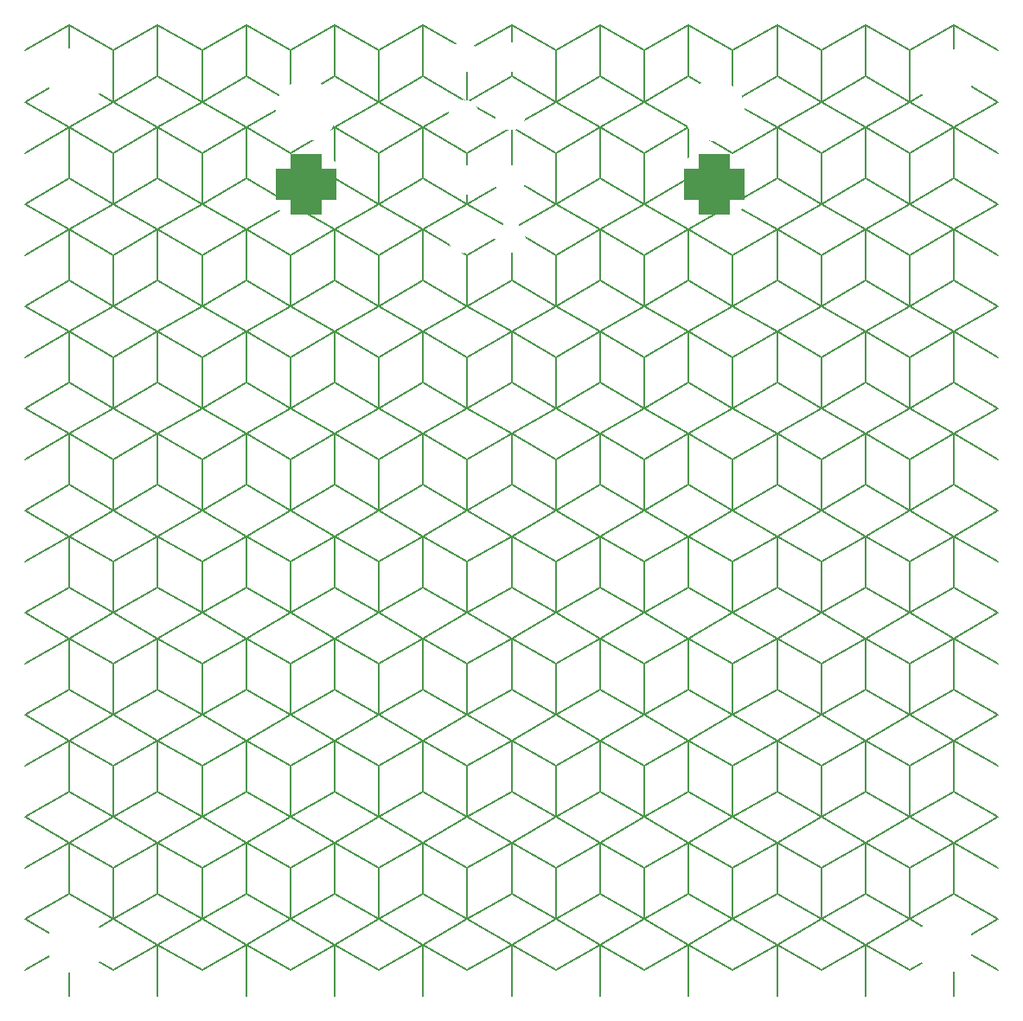
<source format=gto>
%TF.GenerationSoftware,KiCad,Pcbnew,7.0.8*%
%TF.CreationDate,2024-01-29T21:48:56+01:00*%
%TF.ProjectId,cube-batteryboard,63756265-2d62-4617-9474-657279626f61,rev?*%
%TF.SameCoordinates,Original*%
%TF.FileFunction,Legend,Top*%
%TF.FilePolarity,Positive*%
%FSLAX46Y46*%
G04 Gerber Fmt 4.6, Leading zero omitted, Abs format (unit mm)*
G04 Created by KiCad (PCBNEW 7.0.8) date 2024-01-29 21:48:56*
%MOMM*%
%LPD*%
G01*
G04 APERTURE LIST*
G04 Aperture macros list*
%AMRoundRect*
0 Rectangle with rounded corners*
0 $1 Rounding radius*
0 $2 $3 $4 $5 $6 $7 $8 $9 X,Y pos of 4 corners*
0 Add a 4 corners polygon primitive as box body*
4,1,4,$2,$3,$4,$5,$6,$7,$8,$9,$2,$3,0*
0 Add four circle primitives for the rounded corners*
1,1,$1+$1,$2,$3*
1,1,$1+$1,$4,$5*
1,1,$1+$1,$6,$7*
1,1,$1+$1,$8,$9*
0 Add four rect primitives between the rounded corners*
20,1,$1+$1,$2,$3,$4,$5,0*
20,1,$1+$1,$4,$5,$6,$7,0*
20,1,$1+$1,$6,$7,$8,$9,0*
20,1,$1+$1,$8,$9,$2,$3,0*%
G04 Aperture macros list end*
%ADD10C,0.150000*%
%ADD11C,5.600000*%
%ADD12RoundRect,1.500000X1.500000X-1.500000X1.500000X1.500000X-1.500000X1.500000X-1.500000X-1.500000X0*%
%ADD13C,6.000000*%
%ADD14C,3.000000*%
G04 APERTURE END LIST*
D10*
X115262794Y-52500000D02*
X110932667Y-50000000D01*
X32990381Y-65000000D02*
X37320508Y-67500000D01*
X32990381Y-110000000D02*
X28660254Y-112500000D01*
X24330127Y-60000000D02*
X28660254Y-57500000D01*
X37320508Y-102500000D02*
X37320508Y-107500000D01*
X50310889Y-105000000D02*
X54641016Y-107500000D01*
X32990381Y-35000000D02*
X37320508Y-37500000D01*
X110932667Y-105000000D02*
X106602540Y-107500000D01*
X54641016Y-87500000D02*
X58971143Y-90000000D01*
X76291651Y-85000000D02*
X71961524Y-87500000D01*
X89282032Y-102500000D02*
X89282032Y-107500000D01*
X24330127Y-105000000D02*
X20000000Y-107500000D01*
X102272413Y-105000000D02*
X106602540Y-107500000D01*
X80621778Y-52500000D02*
X80621778Y-57500000D01*
X76291651Y-55000000D02*
X71961524Y-57500000D01*
X20000000Y-77500000D02*
X24330127Y-80000000D01*
X54641016Y-82500000D02*
X50310889Y-80000000D01*
X71961524Y-82500000D02*
X71961524Y-87500000D01*
X76291651Y-100000000D02*
X80621778Y-97500000D01*
X71961524Y-27500000D02*
X76291651Y-30000000D01*
X93612159Y-40000000D02*
X89282032Y-42500000D01*
X76291651Y-55000000D02*
X80621778Y-57500000D01*
X32990381Y-90000000D02*
X28660254Y-92500000D01*
X45980762Y-82500000D02*
X45980762Y-87500000D01*
X102272413Y-90000000D02*
X102272413Y-95000000D01*
X115262794Y-112500000D02*
X110932667Y-110000000D01*
X106602540Y-102500000D02*
X102272413Y-100000000D01*
X80621778Y-42500000D02*
X76291651Y-40000000D01*
X110932667Y-85000000D02*
X106602540Y-87500000D01*
X93612159Y-35000000D02*
X97942286Y-37500000D01*
X89282032Y-87500000D02*
X93612159Y-90000000D01*
X71961524Y-52500000D02*
X67631397Y-50000000D01*
X37320508Y-27500000D02*
X41650635Y-30000000D01*
X45980762Y-32500000D02*
X41650635Y-30000000D01*
X76291651Y-45000000D02*
X71961524Y-47500000D01*
X71961524Y-102500000D02*
X71961524Y-107500000D01*
X67631397Y-40000000D02*
X71961524Y-37500000D01*
X32990381Y-95000000D02*
X37320508Y-97500000D01*
X93612159Y-65000000D02*
X97942286Y-67500000D01*
X80621778Y-62500000D02*
X80621778Y-67500000D01*
X76291651Y-60000000D02*
X71961524Y-62500000D01*
X50310889Y-75000000D02*
X54641016Y-77500000D01*
X102272413Y-105000000D02*
X97942286Y-107500000D01*
X41650635Y-40000000D02*
X45980762Y-37500000D01*
X41650635Y-35000000D02*
X45980762Y-37500000D01*
X45980762Y-72500000D02*
X41650635Y-70000000D01*
X89282032Y-27500000D02*
X93612159Y-30000000D01*
X28660254Y-32500000D02*
X28660254Y-37500000D01*
X45980762Y-102500000D02*
X41650635Y-100000000D01*
X84951905Y-100000000D02*
X80621778Y-102500000D01*
X63301270Y-27500000D02*
X67631397Y-30000000D01*
X67631397Y-105000000D02*
X63301270Y-107500000D01*
X93612159Y-100000000D02*
X89282032Y-102500000D01*
X41650635Y-25000000D02*
X45980762Y-27500000D01*
X76291651Y-40000000D02*
X76291651Y-45000000D01*
X93612159Y-110000000D02*
X89282032Y-112500000D01*
X41650635Y-90000000D02*
X45980762Y-87500000D01*
X76291651Y-30000000D02*
X80621778Y-27500000D01*
X28660254Y-42500000D02*
X24330127Y-40000000D01*
X41650635Y-30000000D02*
X37320508Y-32500000D01*
X93612159Y-20000000D02*
X89282032Y-22500000D01*
X32990381Y-110000000D02*
X37320508Y-107500000D01*
X80621778Y-57500000D02*
X84951905Y-60000000D01*
X37320508Y-57500000D02*
X41650635Y-60000000D01*
X58971143Y-105000000D02*
X63301270Y-107500000D01*
X50310889Y-100000000D02*
X54641016Y-97500000D01*
X54641016Y-67500000D02*
X58971143Y-70000000D01*
X50310889Y-60000000D02*
X50310889Y-65000000D01*
X76291651Y-60000000D02*
X80621778Y-57500000D01*
X110932667Y-35000000D02*
X115262794Y-37500000D01*
X50310889Y-30000000D02*
X45980762Y-32500000D01*
X41650635Y-40000000D02*
X41650635Y-45000000D01*
X102272413Y-80000000D02*
X102272413Y-85000000D01*
X50310889Y-90000000D02*
X50310889Y-95000000D01*
X32990381Y-80000000D02*
X37320508Y-77500000D01*
X45980762Y-22500000D02*
X41650635Y-20000000D01*
X84951905Y-40000000D02*
X89282032Y-37500000D01*
X20000000Y-47500000D02*
X24330127Y-50000000D01*
X50310889Y-55000000D02*
X54641016Y-57500000D01*
X89282032Y-22500000D02*
X89282032Y-27500000D01*
X28660254Y-92500000D02*
X28660254Y-97500000D01*
X93612159Y-70000000D02*
X97942286Y-67500000D01*
X58971143Y-30000000D02*
X54641016Y-32500000D01*
X24330127Y-110000000D02*
X24330127Y-115000000D01*
X110932667Y-25000000D02*
X106602540Y-27500000D01*
X24330127Y-85000000D02*
X28660254Y-87500000D01*
X76291651Y-40000000D02*
X71961524Y-42500000D01*
X28660254Y-92500000D02*
X24330127Y-90000000D01*
X71961524Y-32500000D02*
X67631397Y-30000000D01*
X76291651Y-80000000D02*
X71961524Y-82500000D01*
X106602540Y-22500000D02*
X102272413Y-20000000D01*
X80621778Y-37500000D02*
X84951905Y-40000000D01*
X50310889Y-50000000D02*
X54641016Y-47500000D01*
X93612159Y-30000000D02*
X93612159Y-35000000D01*
X54641016Y-52500000D02*
X54641016Y-57500000D01*
X67631397Y-60000000D02*
X63301270Y-62500000D01*
X24330127Y-100000000D02*
X24330127Y-105000000D01*
X80621778Y-92500000D02*
X80621778Y-97500000D01*
X20000000Y-97500000D02*
X24330127Y-100000000D01*
X106602540Y-22500000D02*
X106602540Y-27500000D01*
X32990381Y-50000000D02*
X32990381Y-55000000D01*
X67631397Y-55000000D02*
X63301270Y-57500000D01*
X97942286Y-112500000D02*
X93612159Y-110000000D01*
X80621778Y-102500000D02*
X80621778Y-107500000D01*
X24330127Y-110000000D02*
X20000000Y-112500000D01*
X54641016Y-37500000D02*
X58971143Y-40000000D01*
X106602540Y-107500000D02*
X110932667Y-110000000D01*
X102272413Y-70000000D02*
X106602540Y-67500000D01*
X84951905Y-60000000D02*
X80621778Y-62500000D01*
X28660254Y-52500000D02*
X24330127Y-50000000D01*
X93612159Y-35000000D02*
X89282032Y-37500000D01*
X50310889Y-110000000D02*
X54641016Y-107500000D01*
X76291651Y-35000000D02*
X80621778Y-37500000D01*
X89282032Y-57500000D02*
X93612159Y-60000000D01*
X71961524Y-97500000D02*
X76291651Y-100000000D01*
X97942286Y-52500000D02*
X97942286Y-57500000D01*
X115262794Y-82500000D02*
X110932667Y-80000000D01*
X71961524Y-77500000D02*
X76291651Y-80000000D01*
X50310889Y-20000000D02*
X45980762Y-22500000D01*
X115262794Y-92500000D02*
X110932667Y-90000000D01*
X93612159Y-90000000D02*
X97942286Y-87500000D01*
X80621778Y-82500000D02*
X80621778Y-87500000D01*
X102272413Y-30000000D02*
X106602540Y-27500000D01*
X45980762Y-47500000D02*
X50310889Y-50000000D01*
X32990381Y-80000000D02*
X28660254Y-82500000D01*
X84951905Y-110000000D02*
X80621778Y-112500000D01*
X97942286Y-42500000D02*
X97942286Y-47500000D01*
X37320508Y-107500000D02*
X41650635Y-110000000D01*
X76291651Y-25000000D02*
X80621778Y-27500000D01*
X54641016Y-82500000D02*
X54641016Y-87500000D01*
X32990381Y-60000000D02*
X32990381Y-65000000D01*
X110932667Y-50000000D02*
X115262794Y-47500000D01*
X106602540Y-112500000D02*
X102272413Y-110000000D01*
X84951905Y-95000000D02*
X80621778Y-97500000D01*
X58971143Y-50000000D02*
X58971143Y-55000000D01*
X106602540Y-92500000D02*
X102272413Y-90000000D01*
X67631397Y-35000000D02*
X71961524Y-37500000D01*
X28660254Y-22500000D02*
X24330127Y-20000000D01*
X28660254Y-42500000D02*
X28660254Y-47500000D01*
X93612159Y-45000000D02*
X97942286Y-47500000D01*
X110932667Y-55000000D02*
X106602540Y-57500000D01*
X41650635Y-95000000D02*
X45980762Y-97500000D01*
X67631397Y-45000000D02*
X63301270Y-47500000D01*
X32990381Y-75000000D02*
X28660254Y-77500000D01*
X41650635Y-85000000D02*
X45980762Y-87500000D01*
X20000000Y-37500000D02*
X24330127Y-40000000D01*
X37320508Y-62500000D02*
X32990381Y-60000000D01*
X102272413Y-60000000D02*
X102272413Y-65000000D01*
X115262794Y-22500000D02*
X110932667Y-20000000D01*
X37320508Y-42500000D02*
X32990381Y-40000000D01*
X84951905Y-90000000D02*
X80621778Y-92500000D01*
X93612159Y-70000000D02*
X89282032Y-72500000D01*
X63301270Y-37500000D02*
X67631397Y-40000000D01*
X32990381Y-40000000D02*
X28660254Y-42500000D01*
X41650635Y-45000000D02*
X45980762Y-47500000D01*
X71961524Y-32500000D02*
X71961524Y-37500000D01*
X102272413Y-25000000D02*
X106602540Y-27500000D01*
X67631397Y-20000000D02*
X63301270Y-22500000D01*
X58971143Y-40000000D02*
X63301270Y-37500000D01*
X84951905Y-45000000D02*
X80621778Y-47500000D01*
X93612159Y-60000000D02*
X89282032Y-62500000D01*
X58971143Y-30000000D02*
X63301270Y-27500000D01*
X93612159Y-40000000D02*
X97942286Y-37500000D01*
X50310889Y-40000000D02*
X50310889Y-45000000D01*
X28660254Y-62500000D02*
X28660254Y-67500000D01*
X32990381Y-105000000D02*
X37320508Y-107500000D01*
X58971143Y-70000000D02*
X58971143Y-75000000D01*
X28660254Y-67500000D02*
X32990381Y-70000000D01*
X110932667Y-80000000D02*
X115262794Y-77500000D01*
X89282032Y-77500000D02*
X93612159Y-80000000D01*
X37320508Y-102500000D02*
X32990381Y-100000000D01*
X102272413Y-65000000D02*
X106602540Y-67500000D01*
X41650635Y-90000000D02*
X37320508Y-92500000D01*
X76291651Y-70000000D02*
X80621778Y-67500000D01*
X63301270Y-82500000D02*
X63301270Y-87500000D01*
X93612159Y-95000000D02*
X89282032Y-97500000D01*
X84951905Y-25000000D02*
X89282032Y-27500000D01*
X41650635Y-80000000D02*
X37320508Y-82500000D01*
X84951905Y-50000000D02*
X89282032Y-47500000D01*
X67631397Y-25000000D02*
X71961524Y-27500000D01*
X67631397Y-70000000D02*
X71961524Y-67500000D01*
X102272413Y-95000000D02*
X106602540Y-97500000D01*
X32990381Y-90000000D02*
X37320508Y-87500000D01*
X50310889Y-75000000D02*
X45980762Y-77500000D01*
X32990381Y-90000000D02*
X32990381Y-95000000D01*
X67631397Y-20000000D02*
X67631397Y-25000000D01*
X102272413Y-45000000D02*
X106602540Y-47500000D01*
X63301270Y-67500000D02*
X67631397Y-70000000D01*
X93612159Y-50000000D02*
X97942286Y-47500000D01*
X80621778Y-27500000D02*
X84951905Y-30000000D01*
X84951905Y-80000000D02*
X84951905Y-85000000D01*
X71961524Y-42500000D02*
X67631397Y-40000000D01*
X32990381Y-75000000D02*
X37320508Y-77500000D01*
X71961524Y-107500000D02*
X76291651Y-110000000D01*
X45980762Y-52500000D02*
X41650635Y-50000000D01*
X50310889Y-50000000D02*
X45980762Y-52500000D01*
X80621778Y-77500000D02*
X84951905Y-80000000D01*
X97942286Y-87500000D02*
X102272413Y-90000000D01*
X84951905Y-100000000D02*
X84951905Y-105000000D01*
X102272413Y-70000000D02*
X102272413Y-75000000D01*
X54641016Y-92500000D02*
X54641016Y-97500000D01*
X54641016Y-102500000D02*
X50310889Y-100000000D01*
X76291651Y-65000000D02*
X71961524Y-67500000D01*
X58971143Y-75000000D02*
X63301270Y-77500000D01*
X102272413Y-50000000D02*
X106602540Y-47500000D01*
X24330127Y-85000000D02*
X20000000Y-87500000D01*
X32990381Y-25000000D02*
X28660254Y-27500000D01*
X110932667Y-95000000D02*
X106602540Y-97500000D01*
X89282032Y-52500000D02*
X84951905Y-50000000D01*
X80621778Y-107500000D02*
X84951905Y-110000000D01*
X102272413Y-60000000D02*
X97942286Y-62500000D01*
X50310889Y-55000000D02*
X45980762Y-57500000D01*
X76291651Y-110000000D02*
X80621778Y-107500000D01*
X41650635Y-55000000D02*
X37320508Y-57500000D01*
X45980762Y-62500000D02*
X41650635Y-60000000D01*
X110932667Y-35000000D02*
X106602540Y-37500000D01*
X58971143Y-80000000D02*
X54641016Y-82500000D01*
X102272413Y-40000000D02*
X97942286Y-42500000D01*
X97942286Y-67500000D02*
X102272413Y-70000000D01*
X84951905Y-70000000D02*
X89282032Y-67500000D01*
X67631397Y-40000000D02*
X67631397Y-45000000D01*
X54641016Y-92500000D02*
X50310889Y-90000000D01*
X84951905Y-75000000D02*
X80621778Y-77500000D01*
X102272413Y-75000000D02*
X97942286Y-77500000D01*
X58971143Y-35000000D02*
X63301270Y-37500000D01*
X50310889Y-65000000D02*
X45980762Y-67500000D01*
X110932667Y-110000000D02*
X115262794Y-107500000D01*
X76291651Y-45000000D02*
X80621778Y-47500000D01*
X106602540Y-87500000D02*
X110932667Y-90000000D01*
X67631397Y-30000000D02*
X67631397Y-35000000D01*
X93612159Y-110000000D02*
X97942286Y-107500000D01*
X97942286Y-32500000D02*
X93612159Y-30000000D01*
X84951905Y-60000000D02*
X84951905Y-65000000D01*
X24330127Y-25000000D02*
X20000000Y-27500000D01*
X102272413Y-45000000D02*
X97942286Y-47500000D01*
X102272413Y-35000000D02*
X106602540Y-37500000D01*
X32990381Y-45000000D02*
X28660254Y-47500000D01*
X32990381Y-60000000D02*
X28660254Y-62500000D01*
X58971143Y-95000000D02*
X54641016Y-97500000D01*
X93612159Y-60000000D02*
X93612159Y-65000000D01*
X106602540Y-97500000D02*
X110932667Y-100000000D01*
X110932667Y-75000000D02*
X115262794Y-77500000D01*
X54641016Y-57500000D02*
X58971143Y-60000000D01*
X50310889Y-95000000D02*
X54641016Y-97500000D01*
X76291651Y-20000000D02*
X71961524Y-22500000D01*
X58971143Y-30000000D02*
X58971143Y-35000000D01*
X89282032Y-92500000D02*
X84951905Y-90000000D01*
X45980762Y-102500000D02*
X45980762Y-107500000D01*
X24330127Y-40000000D02*
X20000000Y-42500000D01*
X102272413Y-40000000D02*
X106602540Y-37500000D01*
X63301270Y-102500000D02*
X58971143Y-100000000D01*
X89282032Y-107500000D02*
X93612159Y-110000000D01*
X71961524Y-67500000D02*
X76291651Y-70000000D01*
X24330127Y-55000000D02*
X20000000Y-57500000D01*
X71961524Y-42500000D02*
X71961524Y-47500000D01*
X71961524Y-37500000D02*
X76291651Y-40000000D01*
X54641016Y-27500000D02*
X58971143Y-30000000D01*
X41650635Y-80000000D02*
X45980762Y-77500000D01*
X67631397Y-65000000D02*
X63301270Y-67500000D01*
X102272413Y-50000000D02*
X102272413Y-55000000D01*
X71961524Y-62500000D02*
X67631397Y-60000000D01*
X80621778Y-112500000D02*
X76291651Y-110000000D01*
X67631397Y-55000000D02*
X71961524Y-57500000D01*
X97942286Y-102500000D02*
X97942286Y-107500000D01*
X58971143Y-20000000D02*
X58971143Y-25000000D01*
X115262794Y-42500000D02*
X110932667Y-40000000D01*
X93612159Y-85000000D02*
X97942286Y-87500000D01*
X37320508Y-77500000D02*
X41650635Y-80000000D01*
X89282032Y-102500000D02*
X84951905Y-100000000D01*
X45980762Y-82500000D02*
X41650635Y-80000000D01*
X93612159Y-110000000D02*
X93612159Y-115000000D01*
X50310889Y-100000000D02*
X50310889Y-105000000D01*
X54641016Y-42500000D02*
X50310889Y-40000000D01*
X93612159Y-90000000D02*
X93612159Y-95000000D01*
X106602540Y-62500000D02*
X106602540Y-67500000D01*
X41650635Y-50000000D02*
X45980762Y-47500000D01*
X93612159Y-100000000D02*
X97942286Y-97500000D01*
X58971143Y-60000000D02*
X54641016Y-62500000D01*
X84951905Y-30000000D02*
X89282032Y-27500000D01*
X41650635Y-25000000D02*
X37320508Y-27500000D01*
X28660254Y-57500000D02*
X32990381Y-60000000D01*
X76291651Y-90000000D02*
X71961524Y-92500000D01*
X37320508Y-62500000D02*
X37320508Y-67500000D01*
X28660254Y-97500000D02*
X32990381Y-100000000D01*
X32990381Y-50000000D02*
X37320508Y-47500000D01*
X102272413Y-30000000D02*
X97942286Y-32500000D01*
X71961524Y-112500000D02*
X67631397Y-110000000D01*
X84951905Y-20000000D02*
X80621778Y-22500000D01*
X20000000Y-57500000D02*
X24330127Y-60000000D01*
X63301270Y-107500000D02*
X67631397Y-110000000D01*
X67631397Y-90000000D02*
X63301270Y-92500000D01*
X71961524Y-72500000D02*
X67631397Y-70000000D01*
X41650635Y-55000000D02*
X45980762Y-57500000D01*
X97942286Y-37500000D02*
X102272413Y-40000000D01*
X54641016Y-32500000D02*
X50310889Y-30000000D01*
X24330127Y-75000000D02*
X28660254Y-77500000D01*
X102272413Y-40000000D02*
X102272413Y-45000000D01*
X110932667Y-45000000D02*
X106602540Y-47500000D01*
X89282032Y-47500000D02*
X93612159Y-50000000D01*
X45980762Y-112500000D02*
X41650635Y-110000000D01*
X58971143Y-80000000D02*
X63301270Y-77500000D01*
X32990381Y-30000000D02*
X37320508Y-27500000D01*
X106602540Y-67500000D02*
X110932667Y-70000000D01*
X37320508Y-22500000D02*
X37320508Y-27500000D01*
X80621778Y-32500000D02*
X76291651Y-30000000D01*
X32990381Y-85000000D02*
X28660254Y-87500000D01*
X84951905Y-80000000D02*
X80621778Y-82500000D01*
X106602540Y-62500000D02*
X102272413Y-60000000D01*
X28660254Y-87500000D02*
X32990381Y-90000000D01*
X110932667Y-45000000D02*
X115262794Y-47500000D01*
X67631397Y-75000000D02*
X71961524Y-77500000D01*
X93612159Y-40000000D02*
X93612159Y-45000000D01*
X32990381Y-30000000D02*
X28660254Y-32500000D01*
X67631397Y-110000000D02*
X67631397Y-115000000D01*
X67631397Y-110000000D02*
X71961524Y-107500000D01*
X28660254Y-102500000D02*
X28660254Y-107500000D01*
X24330127Y-90000000D02*
X20000000Y-92500000D01*
X63301270Y-72500000D02*
X63301270Y-77500000D01*
X67631397Y-40000000D02*
X63301270Y-42500000D01*
X63301270Y-82500000D02*
X58971143Y-80000000D01*
X71961524Y-72500000D02*
X71961524Y-77500000D01*
X45980762Y-92500000D02*
X41650635Y-90000000D01*
X41650635Y-50000000D02*
X41650635Y-55000000D01*
X93612159Y-80000000D02*
X97942286Y-77500000D01*
X76291651Y-75000000D02*
X80621778Y-77500000D01*
X110932667Y-20000000D02*
X106602540Y-22500000D01*
X84951905Y-45000000D02*
X89282032Y-47500000D01*
X24330127Y-100000000D02*
X28660254Y-97500000D01*
X24330127Y-35000000D02*
X20000000Y-37500000D01*
X115262794Y-62500000D02*
X110932667Y-60000000D01*
X24330127Y-70000000D02*
X20000000Y-72500000D01*
X58971143Y-40000000D02*
X54641016Y-42500000D01*
X102272413Y-75000000D02*
X106602540Y-77500000D01*
X80621778Y-32500000D02*
X80621778Y-37500000D01*
X32990381Y-70000000D02*
X37320508Y-67500000D01*
X67631397Y-95000000D02*
X71961524Y-97500000D01*
X41650635Y-110000000D02*
X37320508Y-112500000D01*
X50310889Y-70000000D02*
X54641016Y-67500000D01*
X84951905Y-65000000D02*
X80621778Y-67500000D01*
X67631397Y-30000000D02*
X71961524Y-27500000D01*
X45980762Y-37500000D02*
X50310889Y-40000000D01*
X32990381Y-50000000D02*
X28660254Y-52500000D01*
X97942286Y-107500000D02*
X102272413Y-110000000D01*
X32990381Y-100000000D02*
X28660254Y-102500000D01*
X37320508Y-22500000D02*
X32990381Y-20000000D01*
X102272413Y-60000000D02*
X106602540Y-57500000D01*
X89282032Y-82500000D02*
X89282032Y-87500000D01*
X76291651Y-110000000D02*
X76291651Y-115000000D01*
X110932667Y-65000000D02*
X106602540Y-67500000D01*
X32990381Y-55000000D02*
X28660254Y-57500000D01*
X110932667Y-70000000D02*
X106602540Y-72500000D01*
X84951905Y-85000000D02*
X89282032Y-87500000D01*
X110932667Y-70000000D02*
X110932667Y-75000000D01*
X93612159Y-25000000D02*
X97942286Y-27500000D01*
X97942286Y-32500000D02*
X97942286Y-37500000D01*
X97942286Y-102500000D02*
X93612159Y-100000000D01*
X45980762Y-107500000D02*
X50310889Y-110000000D01*
X24330127Y-80000000D02*
X28660254Y-77500000D01*
X54641016Y-72500000D02*
X54641016Y-77500000D01*
X41650635Y-20000000D02*
X37320508Y-22500000D01*
X37320508Y-32500000D02*
X32990381Y-30000000D01*
X102272413Y-80000000D02*
X106602540Y-77500000D01*
X97942286Y-57500000D02*
X102272413Y-60000000D01*
X67631397Y-60000000D02*
X67631397Y-65000000D01*
X110932667Y-55000000D02*
X115262794Y-57500000D01*
X32990381Y-40000000D02*
X37320508Y-37500000D01*
X24330127Y-20000000D02*
X24330127Y-25000000D01*
X93612159Y-80000000D02*
X93612159Y-85000000D01*
X102272413Y-20000000D02*
X97942286Y-22500000D01*
X97942286Y-52500000D02*
X93612159Y-50000000D01*
X58971143Y-55000000D02*
X54641016Y-57500000D01*
X50310889Y-65000000D02*
X54641016Y-67500000D01*
X50310889Y-90000000D02*
X54641016Y-87500000D01*
X41650635Y-30000000D02*
X45980762Y-27500000D01*
X37320508Y-47500000D02*
X41650635Y-50000000D01*
X102272413Y-95000000D02*
X97942286Y-97500000D01*
X45980762Y-52500000D02*
X45980762Y-57500000D01*
X24330127Y-65000000D02*
X28660254Y-67500000D01*
X54641016Y-97500000D02*
X58971143Y-100000000D01*
X76291651Y-40000000D02*
X80621778Y-37500000D01*
X63301270Y-62500000D02*
X63301270Y-67500000D01*
X50310889Y-110000000D02*
X50310889Y-115000000D01*
X89282032Y-37500000D02*
X93612159Y-40000000D01*
X37320508Y-82500000D02*
X32990381Y-80000000D01*
X37320508Y-112500000D02*
X32990381Y-110000000D01*
X93612159Y-60000000D02*
X97942286Y-57500000D01*
X71961524Y-22500000D02*
X71961524Y-27500000D01*
X45980762Y-72500000D02*
X45980762Y-77500000D01*
X67631397Y-45000000D02*
X71961524Y-47500000D01*
X54641016Y-62500000D02*
X54641016Y-67500000D01*
X58971143Y-65000000D02*
X63301270Y-67500000D01*
X76291651Y-60000000D02*
X76291651Y-65000000D01*
X71961524Y-47500000D02*
X76291651Y-50000000D01*
X89282032Y-97500000D02*
X93612159Y-100000000D01*
X24330127Y-30000000D02*
X20000000Y-32500000D01*
X106602540Y-92500000D02*
X106602540Y-97500000D01*
X50310889Y-45000000D02*
X45980762Y-47500000D01*
X58971143Y-25000000D02*
X63301270Y-27500000D01*
X37320508Y-72500000D02*
X32990381Y-70000000D01*
X110932667Y-105000000D02*
X115262794Y-107500000D01*
X67631397Y-100000000D02*
X71961524Y-97500000D01*
X24330127Y-50000000D02*
X20000000Y-52500000D01*
X71961524Y-57500000D02*
X76291651Y-60000000D01*
X45980762Y-32500000D02*
X45980762Y-37500000D01*
X63301270Y-22500000D02*
X63301270Y-27500000D01*
X76291651Y-95000000D02*
X71961524Y-97500000D01*
X110932667Y-80000000D02*
X106602540Y-82500000D01*
X45980762Y-77500000D02*
X50310889Y-80000000D01*
X50310889Y-80000000D02*
X54641016Y-77500000D01*
X93612159Y-80000000D02*
X89282032Y-82500000D01*
X84951905Y-65000000D02*
X89282032Y-67500000D01*
X28660254Y-37500000D02*
X32990381Y-40000000D01*
X76291651Y-50000000D02*
X80621778Y-47500000D01*
X67631397Y-100000000D02*
X67631397Y-105000000D01*
X63301270Y-87500000D02*
X67631397Y-90000000D01*
X76291651Y-70000000D02*
X76291651Y-75000000D01*
X110932667Y-25000000D02*
X115262794Y-27500000D01*
X110932667Y-60000000D02*
X106602540Y-62500000D01*
X58971143Y-65000000D02*
X54641016Y-67500000D01*
X54641016Y-32500000D02*
X54641016Y-37500000D01*
X67631397Y-75000000D02*
X63301270Y-77500000D01*
X84951905Y-50000000D02*
X84951905Y-55000000D01*
X24330127Y-60000000D02*
X24330127Y-65000000D01*
X63301270Y-42500000D02*
X63301270Y-47500000D01*
X102272413Y-30000000D02*
X102272413Y-35000000D01*
X89282032Y-72500000D02*
X89282032Y-77500000D01*
X67631397Y-70000000D02*
X67631397Y-75000000D01*
X41650635Y-100000000D02*
X37320508Y-102500000D01*
X24330127Y-35000000D02*
X28660254Y-37500000D01*
X84951905Y-40000000D02*
X84951905Y-45000000D01*
X50310889Y-40000000D02*
X45980762Y-42500000D01*
X67631397Y-85000000D02*
X71961524Y-87500000D01*
X67631397Y-50000000D02*
X63301270Y-52500000D01*
X80621778Y-47500000D02*
X84951905Y-50000000D01*
X102272413Y-110000000D02*
X97942286Y-112500000D01*
X24330127Y-55000000D02*
X28660254Y-57500000D01*
X45980762Y-87500000D02*
X50310889Y-90000000D01*
X24330127Y-45000000D02*
X28660254Y-47500000D01*
X110932667Y-110000000D02*
X106602540Y-112500000D01*
X28660254Y-107500000D02*
X32990381Y-110000000D01*
X58971143Y-50000000D02*
X63301270Y-47500000D01*
X67631397Y-30000000D02*
X63301270Y-32500000D01*
X54641016Y-107500000D02*
X58971143Y-110000000D01*
X41650635Y-75000000D02*
X45980762Y-77500000D01*
X32990381Y-80000000D02*
X32990381Y-85000000D01*
X67631397Y-105000000D02*
X71961524Y-107500000D01*
X63301270Y-112500000D02*
X58971143Y-110000000D01*
X54641016Y-47500000D02*
X58971143Y-50000000D01*
X28660254Y-72500000D02*
X24330127Y-70000000D01*
X24330127Y-90000000D02*
X24330127Y-95000000D01*
X97942286Y-72500000D02*
X93612159Y-70000000D01*
X84951905Y-70000000D02*
X80621778Y-72500000D01*
X110932667Y-85000000D02*
X115262794Y-87500000D01*
X50310889Y-50000000D02*
X50310889Y-55000000D01*
X50310889Y-40000000D02*
X54641016Y-37500000D01*
X89282032Y-22500000D02*
X84951905Y-20000000D01*
X106602540Y-37500000D02*
X110932667Y-40000000D01*
X32990381Y-20000000D02*
X32990381Y-25000000D01*
X97942286Y-82500000D02*
X93612159Y-80000000D01*
X93612159Y-90000000D02*
X89282032Y-92500000D01*
X102272413Y-25000000D02*
X97942286Y-27500000D01*
X50310889Y-60000000D02*
X45980762Y-62500000D01*
X28660254Y-62500000D02*
X24330127Y-60000000D01*
X71961524Y-82500000D02*
X67631397Y-80000000D01*
X41650635Y-70000000D02*
X45980762Y-67500000D01*
X41650635Y-60000000D02*
X45980762Y-57500000D01*
X84951905Y-35000000D02*
X80621778Y-37500000D01*
X45980762Y-67500000D02*
X50310889Y-70000000D01*
X93612159Y-85000000D02*
X89282032Y-87500000D01*
X20000000Y-87500000D02*
X24330127Y-90000000D01*
X80621778Y-92500000D02*
X76291651Y-90000000D01*
X50310889Y-70000000D02*
X45980762Y-72500000D01*
X76291651Y-95000000D02*
X80621778Y-97500000D01*
X58971143Y-100000000D02*
X54641016Y-102500000D01*
X89282032Y-52500000D02*
X89282032Y-57500000D01*
X106602540Y-42500000D02*
X102272413Y-40000000D01*
X41650635Y-60000000D02*
X41650635Y-65000000D01*
X37320508Y-87500000D02*
X41650635Y-90000000D01*
X106602540Y-47500000D02*
X110932667Y-50000000D01*
X97942286Y-27500000D02*
X102272413Y-30000000D01*
X102272413Y-110000000D02*
X106602540Y-107500000D01*
X67631397Y-70000000D02*
X63301270Y-72500000D01*
X76291651Y-30000000D02*
X76291651Y-35000000D01*
X97942286Y-47500000D02*
X102272413Y-50000000D01*
X45980762Y-27500000D02*
X50310889Y-30000000D01*
X28660254Y-47500000D02*
X32990381Y-50000000D01*
X37320508Y-52500000D02*
X37320508Y-57500000D01*
X80621778Y-22500000D02*
X76291651Y-20000000D01*
X102272413Y-50000000D02*
X97942286Y-52500000D01*
X102272413Y-35000000D02*
X97942286Y-37500000D01*
X76291651Y-20000000D02*
X76291651Y-25000000D01*
X80621778Y-72500000D02*
X80621778Y-77500000D01*
X37320508Y-82500000D02*
X37320508Y-87500000D01*
X41650635Y-110000000D02*
X41650635Y-115000000D01*
X41650635Y-70000000D02*
X37320508Y-72500000D01*
X41650635Y-40000000D02*
X37320508Y-42500000D01*
X76291651Y-80000000D02*
X76291651Y-85000000D01*
X84951905Y-30000000D02*
X80621778Y-32500000D01*
X67631397Y-85000000D02*
X63301270Y-87500000D01*
X80621778Y-102500000D02*
X76291651Y-100000000D01*
X84951905Y-75000000D02*
X89282032Y-77500000D01*
X50310889Y-25000000D02*
X54641016Y-27500000D01*
X67631397Y-100000000D02*
X63301270Y-102500000D01*
X110932667Y-70000000D02*
X115262794Y-67500000D01*
X45980762Y-22500000D02*
X45980762Y-27500000D01*
X58971143Y-45000000D02*
X54641016Y-47500000D01*
X32990381Y-60000000D02*
X37320508Y-57500000D01*
X41650635Y-60000000D02*
X37320508Y-62500000D01*
X24330127Y-30000000D02*
X24330127Y-35000000D01*
X67631397Y-110000000D02*
X63301270Y-112500000D01*
X50310889Y-85000000D02*
X45980762Y-87500000D01*
X93612159Y-50000000D02*
X93612159Y-55000000D01*
X93612159Y-55000000D02*
X89282032Y-57500000D01*
X37320508Y-32500000D02*
X37320508Y-37500000D01*
X50310889Y-20000000D02*
X50310889Y-25000000D01*
X110932667Y-65000000D02*
X115262794Y-67500000D01*
X50310889Y-30000000D02*
X54641016Y-27500000D01*
X32990381Y-110000000D02*
X32990381Y-115000000D01*
X32990381Y-20000000D02*
X28660254Y-22500000D01*
X41650635Y-85000000D02*
X37320508Y-87500000D01*
X54641016Y-22500000D02*
X50310889Y-20000000D01*
X115262794Y-102500000D02*
X110932667Y-100000000D01*
X32990381Y-40000000D02*
X32990381Y-45000000D01*
X102272413Y-65000000D02*
X97942286Y-67500000D01*
X76291651Y-25000000D02*
X71961524Y-27500000D01*
X24330127Y-80000000D02*
X20000000Y-82500000D01*
X63301270Y-22500000D02*
X58971143Y-20000000D01*
X76291651Y-70000000D02*
X71961524Y-72500000D01*
X93612159Y-75000000D02*
X97942286Y-77500000D01*
X110932667Y-60000000D02*
X110932667Y-65000000D01*
X93612159Y-55000000D02*
X97942286Y-57500000D01*
X58971143Y-70000000D02*
X54641016Y-72500000D01*
X41650635Y-105000000D02*
X45980762Y-107500000D01*
X63301270Y-52500000D02*
X58971143Y-50000000D01*
X115262794Y-32500000D02*
X110932667Y-30000000D01*
X67631397Y-35000000D02*
X63301270Y-37500000D01*
X20000000Y-67500000D02*
X24330127Y-70000000D01*
X58971143Y-110000000D02*
X54641016Y-112500000D01*
X110932667Y-90000000D02*
X106602540Y-92500000D01*
X89282032Y-72500000D02*
X84951905Y-70000000D01*
X89282032Y-82500000D02*
X84951905Y-80000000D01*
X102272413Y-20000000D02*
X102272413Y-25000000D01*
X58971143Y-100000000D02*
X63301270Y-97500000D01*
X71961524Y-52500000D02*
X71961524Y-57500000D01*
X45980762Y-57500000D02*
X50310889Y-60000000D01*
X106602540Y-32500000D02*
X106602540Y-37500000D01*
X50310889Y-100000000D02*
X45980762Y-102500000D01*
X93612159Y-20000000D02*
X93612159Y-25000000D01*
X58971143Y-60000000D02*
X63301270Y-57500000D01*
X110932667Y-30000000D02*
X106602540Y-32500000D01*
X71961524Y-92500000D02*
X71961524Y-97500000D01*
X24330127Y-95000000D02*
X20000000Y-97500000D01*
X58971143Y-90000000D02*
X54641016Y-92500000D01*
X32990381Y-95000000D02*
X28660254Y-97500000D01*
X76291651Y-65000000D02*
X80621778Y-67500000D01*
X54641016Y-52500000D02*
X50310889Y-50000000D01*
X24330127Y-25000000D02*
X28660254Y-27500000D01*
X50310889Y-70000000D02*
X50310889Y-75000000D01*
X37320508Y-37500000D02*
X41650635Y-40000000D01*
X76291651Y-90000000D02*
X80621778Y-87500000D01*
X32990381Y-70000000D02*
X32990381Y-75000000D01*
X37320508Y-92500000D02*
X37320508Y-97500000D01*
X20000000Y-27500000D02*
X24330127Y-30000000D01*
X50310889Y-45000000D02*
X54641016Y-47500000D01*
X115262794Y-72500000D02*
X110932667Y-70000000D01*
X41650635Y-100000000D02*
X45980762Y-97500000D01*
X84951905Y-30000000D02*
X84951905Y-35000000D01*
X41650635Y-35000000D02*
X37320508Y-37500000D01*
X76291651Y-50000000D02*
X71961524Y-52500000D01*
X24330127Y-20000000D02*
X20000000Y-22500000D01*
X28660254Y-52500000D02*
X28660254Y-57500000D01*
X41650635Y-50000000D02*
X37320508Y-52500000D01*
X28660254Y-112500000D02*
X24330127Y-110000000D01*
X54641016Y-112500000D02*
X50310889Y-110000000D01*
X24330127Y-80000000D02*
X24330127Y-85000000D01*
X93612159Y-65000000D02*
X89282032Y-67500000D01*
X97942286Y-62500000D02*
X97942286Y-67500000D01*
X45980762Y-42500000D02*
X41650635Y-40000000D01*
X58971143Y-80000000D02*
X58971143Y-85000000D01*
X93612159Y-95000000D02*
X97942286Y-97500000D01*
X67631397Y-50000000D02*
X67631397Y-55000000D01*
X84951905Y-105000000D02*
X89282032Y-107500000D01*
X80621778Y-72500000D02*
X76291651Y-70000000D01*
X67631397Y-80000000D02*
X71961524Y-77500000D01*
X106602540Y-52500000D02*
X106602540Y-57500000D01*
X41650635Y-65000000D02*
X45980762Y-67500000D01*
X89282032Y-32500000D02*
X89282032Y-37500000D01*
X110932667Y-75000000D02*
X106602540Y-77500000D01*
X58971143Y-110000000D02*
X58971143Y-115000000D01*
X80621778Y-52500000D02*
X76291651Y-50000000D01*
X63301270Y-92500000D02*
X58971143Y-90000000D01*
X58971143Y-60000000D02*
X58971143Y-65000000D01*
X71961524Y-22500000D02*
X67631397Y-20000000D01*
X89282032Y-32500000D02*
X84951905Y-30000000D01*
X71961524Y-62500000D02*
X71961524Y-67500000D01*
X28660254Y-102500000D02*
X24330127Y-100000000D01*
X97942286Y-82500000D02*
X97942286Y-87500000D01*
X76291651Y-50000000D02*
X76291651Y-55000000D01*
X24330127Y-40000000D02*
X28660254Y-37500000D01*
X110932667Y-30000000D02*
X115262794Y-27500000D01*
X58971143Y-85000000D02*
X63301270Y-87500000D01*
X67631397Y-80000000D02*
X63301270Y-82500000D01*
X32990381Y-100000000D02*
X32990381Y-105000000D01*
X41650635Y-65000000D02*
X37320508Y-67500000D01*
X84951905Y-110000000D02*
X89282032Y-107500000D01*
X76291651Y-110000000D02*
X71961524Y-112500000D01*
X89282032Y-62500000D02*
X89282032Y-67500000D01*
X110932667Y-100000000D02*
X106602540Y-102500000D01*
X32990381Y-25000000D02*
X37320508Y-27500000D01*
X110932667Y-90000000D02*
X115262794Y-87500000D01*
X32990381Y-100000000D02*
X37320508Y-97500000D01*
X106602540Y-72500000D02*
X106602540Y-77500000D01*
X84951905Y-105000000D02*
X80621778Y-107500000D01*
X97942286Y-42500000D02*
X93612159Y-40000000D01*
X58971143Y-20000000D02*
X54641016Y-22500000D01*
X80621778Y-87500000D02*
X84951905Y-90000000D01*
X24330127Y-30000000D02*
X28660254Y-27500000D01*
X54641016Y-62500000D02*
X50310889Y-60000000D01*
X50310889Y-110000000D02*
X45980762Y-112500000D01*
X24330127Y-105000000D02*
X28660254Y-107500000D01*
X32990381Y-55000000D02*
X37320508Y-57500000D01*
X58971143Y-45000000D02*
X63301270Y-47500000D01*
X110932667Y-30000000D02*
X110932667Y-35000000D01*
X76291651Y-75000000D02*
X71961524Y-77500000D01*
X63301270Y-52500000D02*
X63301270Y-57500000D01*
X97942286Y-92500000D02*
X93612159Y-90000000D01*
X54641016Y-42500000D02*
X54641016Y-47500000D01*
X80621778Y-67500000D02*
X84951905Y-70000000D01*
X110932667Y-40000000D02*
X115262794Y-37500000D01*
X93612159Y-105000000D02*
X97942286Y-107500000D01*
X58971143Y-25000000D02*
X54641016Y-27500000D01*
X67631397Y-65000000D02*
X71961524Y-67500000D01*
X41650635Y-45000000D02*
X37320508Y-47500000D01*
X110932667Y-60000000D02*
X115262794Y-57500000D01*
X84951905Y-55000000D02*
X89282032Y-57500000D01*
X84951905Y-55000000D02*
X80621778Y-57500000D01*
X84951905Y-90000000D02*
X84951905Y-95000000D01*
X41650635Y-80000000D02*
X41650635Y-85000000D01*
X24330127Y-45000000D02*
X20000000Y-47500000D01*
X32990381Y-35000000D02*
X28660254Y-37500000D01*
X80621778Y-97500000D02*
X84951905Y-100000000D01*
X71961524Y-92500000D02*
X67631397Y-90000000D01*
X50310889Y-80000000D02*
X50310889Y-85000000D01*
X97942286Y-22500000D02*
X93612159Y-20000000D01*
X102272413Y-70000000D02*
X97942286Y-72500000D01*
X28660254Y-82500000D02*
X24330127Y-80000000D01*
X63301270Y-72500000D02*
X58971143Y-70000000D01*
X58971143Y-95000000D02*
X63301270Y-97500000D01*
X71961524Y-102500000D02*
X67631397Y-100000000D01*
X24330127Y-40000000D02*
X24330127Y-45000000D01*
X41650635Y-100000000D02*
X41650635Y-105000000D01*
X76291651Y-100000000D02*
X76291651Y-105000000D01*
X84951905Y-80000000D02*
X89282032Y-77500000D01*
X89282032Y-112500000D02*
X84951905Y-110000000D01*
X110932667Y-95000000D02*
X115262794Y-97500000D01*
X24330127Y-95000000D02*
X28660254Y-97500000D01*
X63301270Y-32500000D02*
X58971143Y-30000000D01*
X106602540Y-42500000D02*
X106602540Y-47500000D01*
X89282032Y-62500000D02*
X84951905Y-60000000D01*
X37320508Y-97500000D02*
X41650635Y-100000000D01*
X102272413Y-100000000D02*
X106602540Y-97500000D01*
X84951905Y-90000000D02*
X89282032Y-87500000D01*
X37320508Y-72500000D02*
X37320508Y-77500000D01*
X24330127Y-90000000D02*
X28660254Y-87500000D01*
X24330127Y-75000000D02*
X20000000Y-77500000D01*
X50310889Y-30000000D02*
X50310889Y-35000000D01*
X50310889Y-35000000D02*
X54641016Y-37500000D01*
X76291651Y-85000000D02*
X80621778Y-87500000D01*
X28660254Y-27500000D02*
X32990381Y-30000000D01*
X24330127Y-100000000D02*
X20000000Y-102500000D01*
X28660254Y-82500000D02*
X28660254Y-87500000D01*
X58971143Y-50000000D02*
X54641016Y-52500000D01*
X45980762Y-42500000D02*
X45980762Y-47500000D01*
X41650635Y-70000000D02*
X41650635Y-75000000D01*
X93612159Y-105000000D02*
X89282032Y-107500000D01*
X89282032Y-92500000D02*
X89282032Y-97500000D01*
X63301270Y-42500000D02*
X58971143Y-40000000D01*
X45980762Y-92500000D02*
X45980762Y-97500000D01*
X76291651Y-105000000D02*
X71961524Y-107500000D01*
X41650635Y-95000000D02*
X37320508Y-97500000D01*
X89282032Y-67500000D02*
X93612159Y-70000000D01*
X45980762Y-97500000D02*
X50310889Y-100000000D01*
X97942286Y-92500000D02*
X97942286Y-97500000D01*
X110932667Y-90000000D02*
X110932667Y-95000000D01*
X50310889Y-90000000D02*
X45980762Y-92500000D01*
X93612159Y-75000000D02*
X89282032Y-77500000D01*
X32990381Y-70000000D02*
X28660254Y-72500000D01*
X84951905Y-50000000D02*
X80621778Y-52500000D01*
X67631397Y-60000000D02*
X71961524Y-57500000D01*
X106602540Y-77500000D02*
X110932667Y-80000000D01*
X58971143Y-105000000D02*
X54641016Y-107500000D01*
X106602540Y-82500000D02*
X106602540Y-87500000D01*
X93612159Y-100000000D02*
X93612159Y-105000000D01*
X102272413Y-55000000D02*
X106602540Y-57500000D01*
X28660254Y-22500000D02*
X28660254Y-27500000D01*
X102272413Y-85000000D02*
X97942286Y-87500000D01*
X71961524Y-87500000D02*
X76291651Y-90000000D01*
X67631397Y-25000000D02*
X63301270Y-27500000D01*
X106602540Y-52500000D02*
X102272413Y-50000000D01*
X93612159Y-30000000D02*
X97942286Y-27500000D01*
X102272413Y-90000000D02*
X106602540Y-87500000D01*
X102272413Y-80000000D02*
X97942286Y-82500000D01*
X41650635Y-105000000D02*
X37320508Y-107500000D01*
X32990381Y-30000000D02*
X32990381Y-35000000D01*
X80621778Y-22500000D02*
X80621778Y-27500000D01*
X84951905Y-100000000D02*
X89282032Y-97500000D01*
X93612159Y-70000000D02*
X93612159Y-75000000D01*
X41650635Y-110000000D02*
X45980762Y-107500000D01*
X76291651Y-35000000D02*
X71961524Y-37500000D01*
X84951905Y-25000000D02*
X80621778Y-27500000D01*
X50310889Y-60000000D02*
X54641016Y-57500000D01*
X24330127Y-65000000D02*
X20000000Y-67500000D01*
X84951905Y-70000000D02*
X84951905Y-75000000D01*
X110932667Y-50000000D02*
X110932667Y-55000000D01*
X63301270Y-62500000D02*
X58971143Y-60000000D01*
X106602540Y-72500000D02*
X102272413Y-70000000D01*
X76291651Y-80000000D02*
X80621778Y-77500000D01*
X37320508Y-42500000D02*
X37320508Y-47500000D01*
X102272413Y-100000000D02*
X102272413Y-105000000D01*
X97942286Y-72500000D02*
X97942286Y-77500000D01*
X24330127Y-70000000D02*
X28660254Y-67500000D01*
X84951905Y-60000000D02*
X89282032Y-57500000D01*
X24330127Y-50000000D02*
X28660254Y-47500000D01*
X93612159Y-25000000D02*
X89282032Y-27500000D01*
X80621778Y-82500000D02*
X76291651Y-80000000D01*
X32990381Y-65000000D02*
X28660254Y-67500000D01*
X37320508Y-52500000D02*
X32990381Y-50000000D01*
X50310889Y-35000000D02*
X45980762Y-37500000D01*
X102272413Y-110000000D02*
X102272413Y-115000000D01*
X28660254Y-32500000D02*
X24330127Y-30000000D01*
X41650635Y-90000000D02*
X41650635Y-95000000D01*
X76291651Y-90000000D02*
X76291651Y-95000000D01*
X84951905Y-35000000D02*
X89282032Y-37500000D01*
X84951905Y-20000000D02*
X84951905Y-25000000D01*
X63301270Y-97500000D02*
X67631397Y-100000000D01*
X58971143Y-55000000D02*
X63301270Y-57500000D01*
X24330127Y-60000000D02*
X20000000Y-62500000D01*
X54641016Y-22500000D02*
X54641016Y-27500000D01*
X54641016Y-72500000D02*
X50310889Y-70000000D01*
X102272413Y-90000000D02*
X97942286Y-92500000D01*
X28660254Y-77500000D02*
X32990381Y-80000000D01*
X67631397Y-80000000D02*
X67631397Y-85000000D01*
X110932667Y-50000000D02*
X106602540Y-52500000D01*
X63301270Y-32500000D02*
X63301270Y-37500000D01*
X110932667Y-40000000D02*
X110932667Y-45000000D01*
X102272413Y-85000000D02*
X106602540Y-87500000D01*
X84951905Y-95000000D02*
X89282032Y-97500000D01*
X63301270Y-77500000D02*
X67631397Y-80000000D01*
X76291651Y-105000000D02*
X80621778Y-107500000D01*
X67631397Y-90000000D02*
X67631397Y-95000000D01*
X97942286Y-97500000D02*
X102272413Y-100000000D01*
X89282032Y-42500000D02*
X89282032Y-47500000D01*
X93612159Y-45000000D02*
X89282032Y-47500000D01*
X63301270Y-47500000D02*
X67631397Y-50000000D01*
X63301270Y-92500000D02*
X63301270Y-97500000D01*
X58971143Y-75000000D02*
X54641016Y-77500000D01*
X80621778Y-42500000D02*
X80621778Y-47500000D01*
X106602540Y-102500000D02*
X106602540Y-107500000D01*
X110932667Y-100000000D02*
X110932667Y-105000000D01*
X76291651Y-100000000D02*
X71961524Y-102500000D01*
X24330127Y-70000000D02*
X24330127Y-75000000D01*
X28660254Y-72500000D02*
X28660254Y-77500000D01*
X84951905Y-110000000D02*
X84951905Y-115000000D01*
X32990381Y-105000000D02*
X28660254Y-107500000D01*
X58971143Y-110000000D02*
X63301270Y-107500000D01*
X97942286Y-62500000D02*
X93612159Y-60000000D01*
X37320508Y-67500000D02*
X41650635Y-70000000D01*
X63301270Y-57500000D02*
X67631397Y-60000000D01*
X32990381Y-45000000D02*
X37320508Y-47500000D01*
X110932667Y-80000000D02*
X110932667Y-85000000D01*
X41650635Y-20000000D02*
X41650635Y-25000000D01*
X50310889Y-85000000D02*
X54641016Y-87500000D01*
X41650635Y-75000000D02*
X37320508Y-77500000D01*
X93612159Y-30000000D02*
X89282032Y-32500000D01*
X58971143Y-90000000D02*
X58971143Y-95000000D01*
X24330127Y-110000000D02*
X28660254Y-107500000D01*
X106602540Y-57500000D02*
X110932667Y-60000000D01*
X50310889Y-105000000D02*
X45980762Y-107500000D01*
X93612159Y-50000000D02*
X89282032Y-52500000D01*
X63301270Y-102500000D02*
X63301270Y-107500000D01*
X84951905Y-85000000D02*
X80621778Y-87500000D01*
X76291651Y-30000000D02*
X71961524Y-32500000D01*
X67631397Y-95000000D02*
X63301270Y-97500000D01*
X67631397Y-90000000D02*
X71961524Y-87500000D01*
X50310889Y-25000000D02*
X45980762Y-27500000D01*
X106602540Y-82500000D02*
X102272413Y-80000000D01*
X20000000Y-107500000D02*
X24330127Y-110000000D01*
X110932667Y-20000000D02*
X110932667Y-25000000D01*
X110932667Y-110000000D02*
X110932667Y-115000000D01*
X106602540Y-27500000D02*
X110932667Y-30000000D01*
X97942286Y-22500000D02*
X97942286Y-27500000D01*
X84951905Y-40000000D02*
X80621778Y-42500000D01*
X41650635Y-30000000D02*
X41650635Y-35000000D01*
X58971143Y-40000000D02*
X58971143Y-45000000D01*
X58971143Y-35000000D02*
X54641016Y-37500000D01*
X50310889Y-95000000D02*
X45980762Y-97500000D01*
X50310889Y-80000000D02*
X45980762Y-82500000D01*
X58971143Y-70000000D02*
X63301270Y-67500000D01*
X106602540Y-32500000D02*
X102272413Y-30000000D01*
X24330127Y-50000000D02*
X24330127Y-55000000D01*
X110932667Y-100000000D02*
X115262794Y-97500000D01*
X102272413Y-100000000D02*
X97942286Y-102500000D01*
X37320508Y-92500000D02*
X32990381Y-90000000D01*
X58971143Y-85000000D02*
X54641016Y-87500000D01*
X54641016Y-102500000D02*
X54641016Y-107500000D01*
X89282032Y-42500000D02*
X84951905Y-40000000D01*
X58971143Y-100000000D02*
X58971143Y-105000000D01*
X97942286Y-77500000D02*
X102272413Y-80000000D01*
X58971143Y-90000000D02*
X63301270Y-87500000D01*
X45980762Y-62500000D02*
X45980762Y-67500000D01*
X32990381Y-85000000D02*
X37320508Y-87500000D01*
X54641016Y-77500000D02*
X58971143Y-80000000D01*
X110932667Y-40000000D02*
X106602540Y-42500000D01*
X67631397Y-50000000D02*
X71961524Y-47500000D01*
X80621778Y-62500000D02*
X76291651Y-60000000D01*
X102272413Y-55000000D02*
X97942286Y-57500000D01*
%LPC*%
D11*
%TO.C,H2*%
X110000000Y-25000000D03*
%TD*%
%TO.C,H1*%
X25000000Y-25000000D03*
%TD*%
%TO.C,H3*%
X25000000Y-110000000D03*
%TD*%
%TO.C,H4*%
X110000000Y-110000000D03*
%TD*%
D12*
%TO.C,J2*%
X47500000Y-35600000D03*
D13*
X47500000Y-28400000D03*
%TD*%
D14*
%TO.C,SW1*%
X62900000Y-28850000D03*
X67500000Y-28850000D03*
X62900000Y-23150000D03*
X67500000Y-23150000D03*
%TD*%
D12*
%TO.C,J1*%
X87500000Y-35600000D03*
D13*
X87500000Y-28400000D03*
%TD*%
D14*
%TO.C,SW2*%
X62900000Y-40850000D03*
X67500000Y-40850000D03*
X62900000Y-35150000D03*
X67500000Y-35150000D03*
%TD*%
%LPD*%
M02*

</source>
